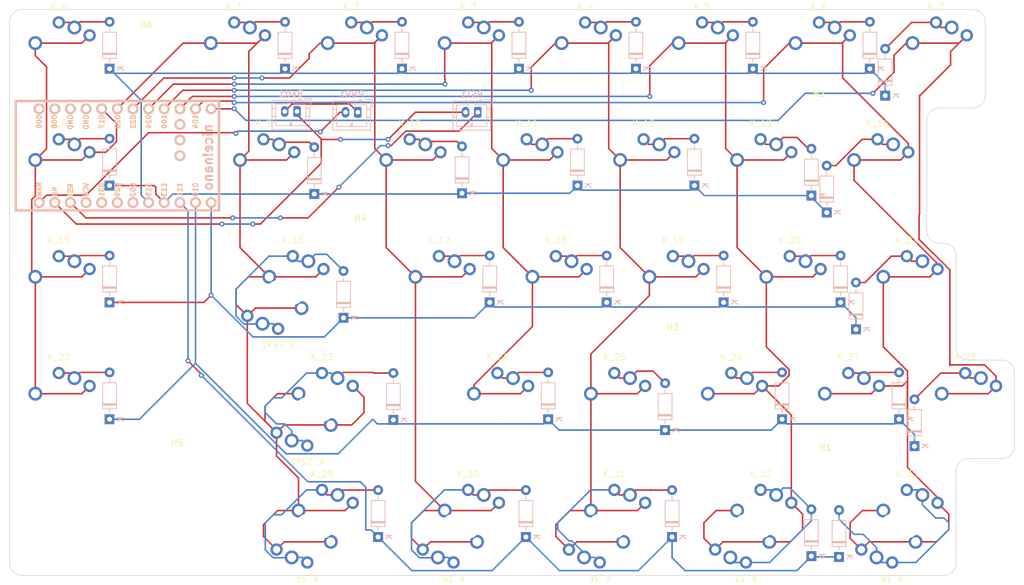
<source format=kicad_pcb>
(kicad_pcb (version 20240108) (generator "pcbnew") (generator_version "8.0")
  (layers (0 "F.Cu" signal) (31 "B.Cu" signal) (34 "B.Paste" user) (35 "F.Paste" user) (36 "B.SilkS" user "B.Silkscreen") (37 "F.SilkS" user "F.Silkscreen") (38 "B.Mask" user) (39 "F.Mask" user) (44 "Edge.Cuts" user))
  (net 0 "")
  (net 1 "col0")
  (net 2 "col1")
  (net 3 "col2")
  (net 4 "col3")
  (net 5 "col4")
  (net 6 "col5")
  (net 7 "col6")
  (net 8 "col7")
  (net 9 "row0")
  (net 10 "row1")
  (net 11 "row2")
  (net 12 "row3")
  (net 13 "row4")
  (net 14 "Net-(D_0-A)")
  (net 15 "Net-(D_1-A)")
  (net 16 "Net-(D_2-A)")
  (net 17 "Net-(D_3-A)")
  (net 18 "Net-(D_4-A)")
  (net 19 "Net-(D_5-A)")
  (net 20 "Net-(D_6-A)")
  (net 21 "Net-(D_7-A)")
  (net 22 "Net-(D_8-A)")
  (net 23 "Net-(D_9-A)")
  (net 24 "Net-(D_10-A)")
  (net 25 "Net-(D_11-A)")
  (net 26 "Net-(D_12-A)")
  (net 27 "Net-(D_13-A)")
  (net 28 "Net-(D_14-A)")
  (net 29 "Net-(D_15-A)")
  (net 30 "Net-(D_16-A)")
  (net 31 "Net-(D_17-A)")
  (net 32 "Net-(D_18-A)")
  (net 33 "Net-(D_19-A)")
  (net 34 "Net-(D_20-A)")
  (net 35 "Net-(D_21-A)")
  (net 36 "Net-(D_22-A)")
  (net 37 "Net-(D_23-A)")
  (net 38 "Net-(D_24-A)")
  (net 39 "Net-(D_25-A)")
  (net 40 "Net-(D_26-A)")
  (net 41 "Net-(D_27-A)")
  (net 42 "Net-(D_28-A)")
  (net 43 "Net-(D_29-A)")
  (net 44 "Net-(D_30-A)")
  (net 45 "Net-(D_31-A)")
  (net 46 "Net-(D_32-A)")
  (net 47 "Net-(D_33-A)")
  (net 50 "Net-(PWR1-B)")
  (net 55 "Net-(RST1-A)")
  (net 61 "Net-(Batt1-Pin_2)")
  (net 62 "Net-(Batt1-Pin_1)")
  (footprint "cb:Choc-MX-19mm-1.5u" (layer "F.Cu") (at 83.125 118.75)
    (property "Reference" "K_23")
    (property "Value" "KEYSW" (hide yes))
  )
  (footprint "MountingHole:MountingHole_3.2mm_M3" (layer "F.Cu") (at 164.875 129.125)
    (property "Reference" "H1")
    (property "Value" "MountingHole")
  )
  (footprint "cb:Choc-MX-19mm-1u" (layer "F.Cu") (at 130.625 137.75)
    (property "Reference" "K_31")
    (property "Value" "KEYSW" (hide yes))
  )
  (footprint "cb:Choc-MX-19mm-1u" (layer "F.Cu") (at 106.875 61.75)
    (property "Reference" "K_3")
    (property "Value" "KEYSW" (hide yes))
  )
  (footprint "cb:Choc-MX-19mm-1u" (layer "F.Cu") (at 87.875 61.75)
    (property "Reference" "K_2")
    (property "Value" "KEYSW" (hide yes))
  )
  (footprint "MountingHole:MountingHole_3.2mm_M3" (layer "F.Cu") (at 140.125 109.625)
    (property "Reference" "H3")
    (property "Value" "MountingHole")
  )
  (footprint "cb:Choc-MX-19mm-1.25u" (layer "F.Cu") (at 128.25 137.75 180)
    (property "Reference" "K_36")
    (property "Value" "KEYSW" (hide yes))
  )
  (footprint "cb:Choc-MX-19mm-1u" (layer "F.Cu") (at 97.375 80.75)
    (property "Reference" "K_10")
    (property "Value" "KEYSW" (hide yes))
  )
  (footprint "cb:Choc-MX-19mm-1u" (layer "F.Cu") (at 154.375 80.75)
    (property "Reference" "K_13")
    (property "Value" "KEYSW" (hide yes))
  )
  (footprint "cb:Choc-MX-19mm-1u" (layer "F.Cu") (at 40.375 61.75)
    (property "Reference" "K_0")
    (property "Value" "KEYSW" (hide yes))
  )
  (footprint "cb:Choc-MX-19mm-1.5u" (layer "F.Cu") (at 73.625 80.75)
    (property "Reference" "K_9")
    (property "Value" "KEYSW" (hide yes))
  )
  (footprint "cb:Choc-MX-19mm-1.5u" (layer "F.Cu") (at 106.875 137.75)
    (property "Reference" "K_30")
    (property "Value" "KEYSW" (hide yes))
  )
  (footprint "cb:Choc-MX-19mm-1u" (layer "F.Cu") (at 178.125 99.75)
    (property "Reference" "K_21")
    (property "Value" "KEYSW" (hide yes))
  )
  (footprint "cb:Choc-MX-19mm-1.25u" (layer "F.Cu") (at 175.75 137.75 180)
    (property "Reference" "K_38")
    (property "Value" "KEYSW" (hide yes))
  )
  (footprint "cb:Choc-MX-19mm-1u" (layer "F.Cu") (at 40.375 99.75)
    (property "Reference" "K_15")
    (property "Value" "KEYSW" (hide yes))
  )
  (footprint "cb:Choc-MX-19mm-1u" (layer "F.Cu") (at 173.375 80.75)
    (property "Reference" "K_14")
    (property "Value" "KEYSW" (hide yes))
  )
  (footprint "cb:Choc-MX-19mm-1u" (layer "F.Cu") (at 159.125 99.75)
    (property "Reference" "K_20")
    (property "Value" "KEYSW" (hide yes))
  )
  (footprint "cb:Choc-MX-19mm-1u" (layer "F.Cu") (at 40.375 80.75)
    (property "Reference" "K_8")
    (property "Value" "KEYSW" (hide yes))
  )
  (footprint "cb:Choc-MX-19mm-1u" (layer "F.Cu") (at 68.875 61.75)
    (property "Reference" "K_1")
    (property "Value" "KEYSW" (hide yes))
  )
  (footprint "cb:Choc-MX-19mm-1u" (layer "F.Cu") (at 163.875 61.75)
    (property "Reference" "K_6")
    (property "Value" "KEYSW" (hide yes))
  )
  (footprint "cb:Choc-MX-19mm-1u" (layer "F.Cu") (at 83.125 137.75)
    (property "Reference" "K_29")
    (property "Value" "KEYSW" (hide yes))
  )
  (footprint "cb:Choc-MX-19mm-1u" (layer "F.Cu") (at 178.125 137.75)
    (property "Reference" "K_33")
    (property "Value" "KEYSW" (hide yes))
  )
  (footprint "cb:Choc-MX-19mm-1u" (layer "F.Cu") (at 130.625 118.75)
    (property "Reference" "K_25")
    (property "Value" "KEYSW" (hide yes))
  )
  (footprint "cb:Choc-MX-19mm-1.25u" (layer "F.Cu") (at 152 137.75 180)
    (property "Reference" "K_37")
    (property "Value" "KEYSW" (hide yes))
  )
  (footprint "MountingHole:MountingHole_3.2mm_M3" (layer "F.Cu") (at 89.375 91.875)
    (property "Reference" "H4")
    (property "Value" "MountingHole")
  )
  (footprint "cb:Choc-MX-19mm-1.25u" (layer "F.Cu") (at 80.75 137.75 180)
    (property "Reference" "K_34")
    (property "Value" "KEYSW" (hide yes))
  )
  (footprint "cb:Choc-MX-19mm-1.75u" (layer "F.Cu") (at 76 99.75 180)
    (property "Reference" "K_16a1")
    (property "Value" "KEYSW" (hide yes))
  )
  (footprint "cb:Choc-MX-19mm-1u" (layer "F.Cu") (at 168.625 118.75)
    (property "Reference" "K_27")
    (property "Value" "KEYSW" (hide yes))
  )
  (footprint "cb:Choc-MX-19mm-1u" (layer "F.Cu") (at 182.875 61.75)
    (property "Reference" "K_7")
    (property "Value" "KEYSW" (hide yes))
  )
  (footprint "cb:Choc-MX-19mm-1u" (layer "F.Cu") (at 149.625 118.75)
    (property "Reference" "K_26")
    (property "Value" "KEYSW" (hide yes))
  )
  (footprint "cb:Choc-MX-19mm-1.25u" (layer "F.Cu") (at 104.5 137.75 180)
    (property "Reference" "K_35")
    (property "Value" "KEYSW" (hide yes))
  )
  (footprint "cb:Choc-MX-19mm-1u" (layer "F.Cu") (at 116.375 80.75)
    (property "Reference" "K_11")
    (property "Value" "KEYSW" (hide yes))
  )
  (footprint "cb:Choc-MX-19mm-1u" (layer "F.Cu") (at 102.125 99.75)
    (property "Reference" "K_17")
    (property "Value" "KEYSW" (hide yes))
  )
  (footprint "cb:Choc-MX-19mm-1.5u" (layer "F.Cu") (at 154.375 137.75)
    (property "Reference" "K_32")
    (property "Value" "KEYSW" (hide yes))
  )
  (footprint "cb:Choc-MX-19mm-1.5u" (layer "F.Cu") (at 78.375 99.75)
    (property "Reference" "K_16")
    (property "Value" "KEYSW" (hide yes))
  )
  (footprint "cb:Choc-MX-19mm-1u" (layer "F.Cu") (at 140.125 99.75)
    (property "Reference" "K_19")
    (property "Value" "KEYSW" (hide yes))
  )
  (footprint "cb:Choc-MX-19mm-1u" (layer "F.Cu") (at 40.375 118.75)
    (property "Reference" "K_22")
    (property "Value" "KEYSW" (hide yes))
  )
  (footprint "MountingHole:MountingHole_3.2mm_M3" (layer "F.Cu") (at 54.625 60.375)
    (property "Reference" "H6")
    (property "Value" "MountingHole")
  )
  (footprint "cb:Choc-MX-19mm-1u" (layer "F.Cu") (at 144.875 61.75)
    (property "Reference" "K_5")
    (property "Value" "KEYSW" (hide yes))
  )
  (footprint "cb:Choc-MX-19mm-1u" (layer "F.Cu") (at 135.375 80.75)
    (property "Reference" "K_12")
    (property "Value" "KEYSW" (hide yes))
  )
  (footprint "cb:Choc-MX-19mm-1u" (layer "F.Cu") (at 121.125 99.75)
    (property "Reference" "K_18")
    (property "Value" "KEYSW" (hide yes))
  )
  (footprint "MountingHole:MountingHole_3.2mm_M3" (layer "F.Cu") (at 59.625 128.375)
    (property "Reference" "H5")
    (property "Value" "MountingHole")
  )
  (footprint "MountingHole:MountingHole_3.2mm_M3" (layer "F.Cu") (at 163.875 71.625)
    (property "Reference" "H2")
    (property "Value" "MountingHole")
  )
  (footprint "cb:Choc-MX-19mm-1u" (layer "F.Cu") (at 187.625 118.75)
    (property "Reference" "K_28")
    (property "Value" "KEYSW" (hide yes))
  )
  (footprint "cb:Choc-MX-19mm-2.25u" (layer "F.Cu") (at 80.75 118.75 180)
    (property "Reference" "K_23a1")
    (property "Value" "KEYSW" (hide yes))
  )
  (footprint "cb:Choc-MX-19mm-1u" (layer "F.Cu") (at 111.625 118.75)
    (property "Reference" "K_24")
    (property "Value" "KEYSW" (hide yes))
  )
  (footprint "cb:Choc-MX-19mm-1u" (layer "F.Cu") (at 125.875 61.75)
    (property "Reference" "K_4")
    (property "Value" "KEYSW" (hide yes))
  )
  (footprint "nice-nano-kicad-master:nice_nano" (layer "B.Cu") (at 51.155 77.515)
    (property "Reference" "U1" (hide yes))
    (property "Value" "nice_nano" (hide yes))
  )
  (footprint "ScottoKeebs_Components:Diode_DO-35" (layer "B.Cu") (at 48.625 63.37 90)
    (property "Reference" "D_0" (hide yes))
    (property "Value" "D" (hide yes))
  )
  (footprint "ScottoKeebs_Components:Diode_DO-35" (layer "B.Cu") (at 48.625 82.37 90)
    (property "Reference" "D_8" (hide yes))
    (property "Value" "D" (hide yes))
  )
  (footprint "ScottoKeebs_Components:Diode_DO-35" (layer "B.Cu") (at 179.375 124.75 90)
    (property "Reference" "D_28" (hide yes))
    (property "Value" "D" (hide yes))
  )
  (footprint "ScottoKeebs_Components:Diode_DO-35" (layer "B.Cu") (at 115.125 63.37 90)
    (property "Reference" "D_3" (hide yes))
    (property "Value" "D" (hide yes))
  )
  (footprint "ScottoKeebs_Components:Diode_DO-35" (layer "B.Cu") (at 153.125 63.37 90)
    (property "Reference" "D_5" (hide yes))
    (property "Value" "D" (hide yes))
  )
  (footprint "ScottoKeebs_Components:Diode_DO-35" (layer "B.Cu") (at 165.125 86.75 90)
    (property "Reference" "D_14" (hide yes))
    (property "Value" "D" (hide yes))
  )
  (footprint "ScottoKeebs_Components:Diode_DO-35" (layer "B.Cu") (at 176.875 120.37 90)
    (property "Reference" "D_27" (hide yes))
    (property "Value" "D" (hide yes))
  )
  (footprint "ScottoKeebs_Components:Diode_DO-35" (layer "B.Cu") (at 143.625 82.37 90)
    (property "Reference" "D_12" (hide yes))
    (property "Value" "D" (hide yes))
  )
  (footprint "Connector_JST:JST_PH_B2B-PH-K_1x02_P2.00mm_Vertical" (layer "B.Cu") (at 79.075 70.325 180)
    (property "Reference" "Batt1")
    (property "Value" "B+")
  )
  (footprint "Connector_JST:JST_PH_B2B-PH-K_1x02_P2.00mm_Vertical" (layer "B.Cu") (at 88.95 70.45 180)
    (property "Reference" "PWR1")
    (property "Value" "POWER")
  )
  (footprint "ScottoKeebs_Components:Diode_DO-35" (layer "B.Cu") (at 92.25 139.5 90)
    (property "Reference" "D_29" (hide yes))
    (property "Value" "D" (hide yes))
  )
  (footprint "ScottoKeebs_Components:Diode_DO-35" (layer "B.Cu") (at 162.625 142.625 90)
    (property "Reference" "D_32" (hide yes))
    (property "Value" "D" (hide yes))
  )
  (footprint "ScottoKeebs_Components:Diode_DO-35" (layer "B.Cu") (at 86.625 103.875 90)
    (property "Reference" "D_16" (hide yes))
    (property "Value" "D" (hide yes))
  )
  (footprint "ScottoKeebs_Components:Diode_DO-35" (layer "B.Cu") (at 172.125 63.37 90)
    (property "Reference" "D_6" (hide yes))
    (property "Value" "D" (hide yes))
  )
  (footprint "ScottoKeebs_Components:Diode_DO-35" (layer "B.Cu") (at 48.625 101.37 90)
    (property "Reference" "D_15" (hide yes))
    (property "Value" "D" (hide yes))
  )
  (footprint "ScottoKeebs_Components:Diode_DO-35" (layer "B.Cu") (at 167.375 101.37 90)
    (property "Reference" "D_20" (hide yes))
    (property "Value" "D" (hide yes))
  )
  (footprint "ScottoKeebs_Components:Diode_DO-35" (layer "B.Cu") (at 138.875 122.125 90)
    (property "Reference" "D_25" (hide yes))
    (property "Value" "D" (hide yes))
  )
  (footprint "Connector_JST:JST_PH_B2B-PH-K_1x02_P2.00mm_Vertical" (layer "B.Cu") (at 108.45 70.45 180)
    (property "Reference" "RST1")
    (property "Value" "RESET")
  )
  (footprint "ScottoKeebs_Components:Diode_DO-35" (layer "B.Cu") (at 129.375 101.37 90)
    (property "Reference" "D_18" (hide yes))
    (property "Value" "D" (hide yes))
  )
  (footprint "ScottoKeebs_Components:Diode_DO-35" (layer "B.Cu") (at 157.875 120.37 90)
    (property "Reference" "D_26" (hide yes))
    (property "Value" "D" (hide yes))
  )
  (footprint "ScottoKeebs_Components:Diode_DO-35" (layer "B.Cu") (at 140 139.5 90)
    (property "Reference" "D_31" (hide yes))
    (property "Value" "D" (hide yes))
  )
  (footprint "ScottoKeebs_Components:Diode_DO-35" (layer "B.Cu") (at 174.625 67.75 90)
    (property "Reference" "D_7" (hide yes))
    (property "Value" "D" (hide yes))
  )
  (footprint "ScottoKeebs_Components:Diode_DO-35" (layer "B.Cu") (at 148.375 101.37 90)
    (property "Reference" "D_19" (hide yes))
    (property "Value" "D" (hide yes))
  )
  (footprint "ScottoKeebs_Components:Diode_DO-35" (layer "B.Cu") (at 105.875 83.62 90)
    (property "Reference" "D_10" (hide yes))
    (property "Value" "D" (hide yes))
  )
  (footprint "ScottoKeebs_Components:Diode_DO-35" (layer "B.Cu") (at 169.875 105.75 90)
    (property "Reference" "D_21" (hide yes))
    (property "Value" "D" (hide yes))
  )
  (footprint "ScottoKeebs_Components:Diode_DO-35" (layer "B.Cu") (at 134.125 63.37 90)
    (property "Reference" "D_4" (hide yes))
    (property "Value" "D" (hide yes))
  )
  (footprint "ScottoKeebs_Components:Diode_DO-35" (layer "B.Cu") (at 124.625 82.37 90)
    (property "Reference" "D_11" (hide yes))
    (property "Value" "D" (hide yes))
  )
  (footprint "ScottoKeebs_Components:Diode_DO-35" (layer "B.Cu") (at 119.875 120.37 90)
    (property "Reference" "D_24" (hide yes))
    (property "Value" "D" (hide yes))
  )
  (footprint "ScottoKeebs_Components:Diode_DO-35" (layer "B.Cu") (at 167.125 142.745 90)
    (property "Reference" "D_33" (hide yes))
    (property "Value" "D" (hide yes))
  )
  (footprint "ScottoKeebs_Components:Diode_DO-35" (layer "B.Cu") (at 162.625 83.995 90)
    (property "Reference" "D_13" (hide yes))
    (property "Value" "D" (hide yes))
  )
  (footprint "ScottoKeebs_Components:Diode_DO-35" (layer "B.Cu") (at 116.25 139.5 90)
    (property "Reference" "D_30" (hide yes))
    (property "Value" "D" (hide yes))
  )
  (footprint "ScottoKeebs_Components:Diode_DO-35" (layer "B.Cu") (at 77.125 63.37 90)
    (property "Reference" "D_1" (hide yes))
    (property "Value" "D" (hide yes))
  )
  (footprint "ScottoKeebs_Components:Diode_DO-35" (layer "B.Cu") (at 48.625 120.37 90)
    (property "Reference" "D_22" (hide yes))
    (property "Value" "D" (hide yes))
  )
  (footprint "ScottoKeebs_Components:Diode_DO-35" (layer "B.Cu") (at 94.725 120.47 90)
    (property "Reference" "D_23" (hide yes))
    (property "Value" "D" (hide yes))
  )
  (footprint "ScottoKeebs_Components:Diode_DO-35" (layer "B.Cu") (at 110.375 101.37 90)
    (property "Reference" "D_17" (hide yes))
    (property "Value" "D" (hide yes))
  )
  (footprint "ScottoKeebs_Components:Diode_DO-35" (layer "B.Cu") (at 81.875 83.745 90)
    (property "Reference" "D_9" (hide yes))
    (property "Value" "D" (hide yes))
  )
  (footprint "ScottoKeebs_Components:Diode_DO-35" (layer "B.Cu") (at 96.125 63.37 90)
    (property "Reference" "D_2" (hide yes))
    (property "Value" "D" (hide yes))
  )
  (gr_arc (start 181.375 71.75) (mid 181.960786 70.335786) (end 183.375 69.75) (stroke (width 0.1)) (layer "Edge.Cuts"))
  (gr_arc (start 193.625 110.75) (mid 195.039214 111.335786) (end 195.625 112.75) (stroke (width 0.1)) (layer "Edge.Cuts"))
  (gr_arc (start 184.125 91.75) (mid 185.539214 92.335786) (end 186.125 93.75) (stroke (width 0.1)) (layer "Edge.Cuts"))
  (gr_line (start 186.125 128.75) (end 186.125 143.75) (stroke (width 0.1)) (layer "Edge.Cuts"))
  (gr_arc (start 34.375 145.75) (mid 32.960786 145.164214) (end 32.375 143.75) (stroke (width 0.1)) (layer "Edge.Cuts"))
  (gr_arc (start 188.125 110.75) (mid 186.710786 110.164214) (end 186.125 108.75) (stroke (width 0.1)) (layer "Edge.Cuts"))
  (gr_arc (start 190.875 67.75) (mid 190.289214 69.164214) (end 188.875 69.75) (stroke (width 0.1)) (layer "Edge.Cuts"))
  (gr_line (start 183.375 91.75) (end 184.125 91.75) (stroke (width 0.1)) (layer "Edge.Cuts"))
  (gr_line (start 188.125 110.75) (end 193.625 110.75) (stroke (width 0.1)) (layer "Edge.Cuts"))
  (gr_arc (start 195.625 124.75) (mid 195.039214 126.164214) (end 193.625 126.75) (stroke (width 0.1)) (layer "Edge.Cuts"))
  (gr_line (start 190.875 55.75) (end 190.875 67.75) (stroke (width 0.1)) (layer "Edge.Cuts"))
  (gr_arc (start 188.875 53.75) (mid 190.289214 54.335786) (end 190.875 55.75) (stroke (width 0.1)) (layer "Edge.Cuts"))
  (gr_line (start 34.375 53.75) (end 188.875 53.75) (stroke (width 0.1)) (layer "Edge.Cuts"))
  (gr_line (start 32.375 55.75) (end 32.375 143.75) (stroke (width 0.1)) (layer "Edge.Cuts"))
  (gr_line (start 188.875 69.75) (end 183.375 69.75) (stroke (width 0.1)) (layer "Edge.Cuts"))
  (gr_arc (start 183.375 91.75) (mid 181.960786 91.164214) (end 181.375 89.75) (stroke (width 0.1)) (layer "Edge.Cuts"))
  (gr_line (start 186.125 93.75) (end 186.125 108.75) (stroke (width 0.1)) (layer "Edge.Cuts"))
  (gr_arc (start 186.125 143.75) (mid 185.539214 145.164214) (end 184.125 145.75) (stroke (width 0.1)) (layer "Edge.Cuts"))
  (gr_line (start 195.625 112.75) (end 195.625 124.75) (stroke (width 0.1)) (layer "Edge.Cuts"))
  (gr_line (start 184.125 145.75) (end 34.375 145.75) (stroke (width 0.1)) (layer "Edge.Cuts"))
  (gr_arc (start 186.125 128.75) (mid 186.710786 127.335786) (end 188.125 126.75) (stroke (width 0.1)) (layer "Edge.Cuts"))
  (gr_line (start 193.625 126.75) (end 188.125 126.75) (stroke (width 0.1)) (layer "Edge.Cuts"))
  (gr_line (start 181.375 71.75) (end 181.375 89.75) (stroke (width 0.1)) (layer "Edge.Cuts"))
  (gr_arc (start 32.375 55.75) (mid 32.960786 54.335786) (end 34.375 53.75) (stroke (width 0.1)) (layer "Edge.Cuts"))
  (segment (start 36.565 78.21) (end 36.565 84.056105) (width 0.25) (layer "F.Cu") (net 1))
  (segment (start 44.115 78.21) (end 45.375 76.95) (width 0.25) (layer "F.Cu") (net 1))
  (segment (start 36.565 78.21) (end 38.3863 76.3887) (width 0.25) (layer "F.Cu") (net 1))
  (segment (start 38.3863 76.3887) (end 38.3863 63.073533) (width 0.25) (layer "F.Cu") (net 1))
  (segment (start 44.115 59.21) (end 45.375 57.95) (width 0.25) (layer "F.Cu") (net 1))
  (segment (start 36.565 84.056105) (end 35.9837 84.637405) (width 0.25) (layer "F.Cu") (net 1))
  (segment (start 44.115 116.21) (end 45.375 114.95) (width 0.25) (layer "F.Cu") (net 1))
  (segment (start 36.565 78.21) (end 44.115 78.21) (width 0.25) (layer "F.Cu") (net 1))
  (segment (start 35.9837 84.637405) (end 35.9837 96.6287) (width 0.25) (layer "F.Cu") (net 1))
  (segment (start 36.565 97.21) (end 44.115 97.21) (width 0.25) (layer "F.Cu") (net 1))
  (segment (start 35.9837 96.6287) (end 36.565 97.21) (width 0.25) (layer "F.Cu") (net 1))
  (segment (start 47.345 69.895) (end 49.75 72.3) (width 0.25) (layer "F.Cu") (net 1))
  (segment (start 44.115 97.21) (end 45.375 95.95) (width 0.25) (layer "F.Cu") (net 1))
  (segment (start 36.565 97.21) (end 36.565 116.21) (width 0.25) (layer "F.Cu") (net 1))
  (segment (start 36.565 61.252233) (end 36.565 59.21) (width 0.25) (layer "F.Cu") (net 1))
  (segment (start 49.75 75.215991) (end 48.015991 76.95) (width 0.25) (layer "F.Cu") (net 1))
  (segment (start 38.3863 63.073533) (end 36.565 61.252233) (width 0.25) (layer "F.Cu") (net 1))
  (segment (start 36.565 59.21) (end 44.115 59.21) (width 0.25) (layer "F.Cu") (net 1))
  (segment (start 36.565 116.21) (end 44.115 116.21) (width 0.25) (layer "F.Cu") (net 1))
  (segment (start 48.015991 76.95) (end 45.375 76.95) (width 0.25) (layer "F.Cu") (net 1))
  (segment (start 49.75 72.3) (end 49.75 75.215991) (width 0.25) (layer "F.Cu") (net 1))
  (segment (start 49.885 69.895) (end 60.57 59.21) (width 0.25) (layer "F.Cu") (net 2))
  (segment (start 69.175 99.201167) (end 69.175 101.725) (width 0.25) (layer "F.Cu") (net 2))
  (segment (start 79.315 116.21) (end 75.916167 116.21) (width 0.25) (layer "F.Cu") (net 2))
  (segment (start 65.065 59.21) (end 72.615 59.21) (width 0.25) (layer "F.Cu") (net 2))
  (segment (start 69.815 78.21) (end 69.815 92.46) (width 0.25) (layer "F.Cu") (net 2))
  (segment (start 77.365 78.21) (end 78.625 76.95) (width 0.25) (layer "F.Cu") (net 2))
  (segment (start 71.2439 76.7811) (end 69.815 78.21) (width 0.25) (layer "F.Cu") (net 2))
  (segment (start 71 103.55) (end 71.05 103.55) (width 0.25) (layer "F.Cu") (net 2))
  (segment (start 71 103.55) (end 71 117.8) (width 0.25) (layer "F.Cu") (net 2))
  (segment (start 82.115 97.21) (end 74.565 97.21) (width 0.25) (layer "F.Cu") (net 2))
  (segment (start 84.56 121.29) (end 87.958833 121.29) (width 0.25) (layer "F.Cu") (net 2))
  (segment (start 69.815 78.21) (end 77.365 78.21) (width 0.25) (layer "F.Cu") (net 2))
  (segment (start 75.916167 116.21) (end 73.875 118.251167) (width 0.25) (layer "F.Cu") (net 2))
  (segment (start 73.875 120.675) (end 75.75 122.55) (width 0.25) (layer "F.Cu") (net 2))
  (segment (start 73.625 137.501167) (end 73.625 139.425) (width 0.25) (layer "F.Cu") (net 2))
  (segment (start 83.375 95.95) (end 82.115 97.21) (width 0.25) (layer "F.Cu") (net 2))
  (segment (start 77.01 121.29) (end 84.56 121.29) (width 0.25) (layer "F.Cu") (net 2))
  (segment (start 77.01 140.29) (end 84.56 140.29) (width 0.25) (layer "F.Cu") (net 2))
  (segment (start 71.166167 97.21) (end 69.175 99.201167) (width 0.25) (layer "F.Cu") (net 2))
  (segment (start 72.31 102.29) (end 79.81 102.29) (width 0.25) (layer "F.Cu") (net 2))
  (segment (start 79.315 135.21) (end 75.916167 135.21) (width 0.25) (layer "F.Cu") (net 2))
  (segment (start 71.2439 60.5811) (end 71.2439 76.7811) (width 0.25) (layer "F.Cu") (net 2))
  (segment (start 75.75 122.55) (end 75.75 126.35) (width 0.25) (layer "F.Cu") (net 2))
  (segment (start 75.75 141.55) (end 77.01 140.29) (width 0.25) (layer "F.Cu") (net 2))
  (segment (start 71.05 103.55) (end 72.31 102.29) (width 0.25) (layer "F.Cu") (net 2))
  (segment (start 71 117.8) (end 75.75 122.55) (width 0.25) (layer "F.Cu") (net 2))
  (segment (start 60.57 59.21) (end 65.065 59.21) (width 0.25) (layer "F.Cu") (net 2))
  (segment (start 73.625 139.425) (end 75.75 141.55) (width 0.25) (layer "F.Cu") (net 2))
  (segment (start 69.815 92.46) (end 74.565 97.21) (width 0.25) (layer "F.Cu") (net 2))
  (segment (start 75.75 122.55) (end 77.01 121.29) (width 0.25) (layer "F.Cu") (net 2))
  (segment (start 69.175 101.725) (end 71 103.55) (width 0.25) (layer "F.Cu") (net 2))
  (segment (start 72.615 59.21) (end 73.875 57.95) (width 0.25) (layer "F.Cu") (net 2))
  (segment (start 74.565 97.21) (end 71.166167 97.21) (width 0.25) (layer "F.Cu") (net 2))
  (segment (start 86.865 135.21) (end 79.315 135.21) (width 0.25) (layer "F.Cu") (net 2))
  (segment (start 87.958833 121.29) (end 89.95 119.298833) (width 0.25) (layer "F.Cu") (net 2))
  (segment (start 73.875 118.251167) (end 73.875 120.675) (width 0.25) (layer "F.Cu") (net 2))
  (segment (start 75.916167 135.21) (end 73.625 137.501167) (width 0.25) (layer "F.Cu") (net 2))
  (segment (start 89.95 116.775) (end 88.125 114.95) (width 0.25) (layer "F.Cu") (net 2))
  (segment (start 88.125 133.95) (end 86.865 135.21) (width 0.25) (layer "F.Cu") (net 2))
  (segment (start 75.75 126.35) (end 79.315 129.915) (width 0.25) (layer "F.Cu") (net 2))
  (segment (start 73.875 57.95) (end 71.2439 60.5811) (width 0.25) (layer "F.Cu") (net 2))
  (segment (start 89.95 119.298833) (end 89.95 116.775) (width 0.25) (layer "F.Cu") (net 2))
  (segment (start 79.315 129.915) (end 79.315 135.21) (width 0.25) (layer "F.Cu") (net 2))
  (segment (start 52.425 69.895) (end 57.445 64.875) (width 0.25) (layer "F.Cu") (net 3))
  (segment (start 81.05 60.95) (end 82.79 59.21) (width 0.25) (layer "F.Cu") (net 3))
  (segment (start 99.666167 135.21) (end 97.675 137.201167) (width 0.25) (layer "F.Cu") (net 3))
  (segment (start 73.375 64.875) (end 77.87 64.875) (width 0.25) (layer "F.Cu") (net 3))
  (segment (start 81.05 61.695) (end 81.05 60.95) (width 0.25) (layer "F.Cu") (net 3))
  (segment (start 111.875 133.95) (end 110.615 135.21) (width 0.25) (layer "F.Cu") (net 3))
  (segment (start 57.445 64.875) (end 68.875 64.875) (width 0.25) (layer "F.Cu") (net 3))
  (segment (start 100.76 140.29) (end 108.31 140.29) (width 0.25) (layer "F.Cu") (net 3))
  (segment (start 99.5 141.55) (end 100.76 140.29) (width 0.25) (layer "F.Cu") (net 3))
  (segment (start 93.565 78.21) (end 93.565 92.46) (width 0.25) (layer "F.Cu") (net 3))
  (segment (start 98.315 130.46) (end 103.065 135.21) (width 0.25) (layer "F.Cu") (net 3))
  (segment (start 107.125 95.95) (end 105.865 97.21) (width 0.25) (layer "F.Cu") (net 3))
  (segment (start 103.065 135.21) (end 99.666167 135.21) (width 0.25) (layer "F.Cu") (net 3))
  (segment (start 97.675 139.725) (end 99.5 141.55) (width 0.25) (layer "F.Cu") (net 3))
  (segment (start 110.615 135.21) (end 103.065 135.21) (width 0.25) (layer "F.Cu") (net 3))
  (segment (start 101.115 78.21) (end 93.565 78.21) (width 0.25) (layer "F.Cu") (net 3))
  (segment (start 91.705 76.35) (end 93.565 78.21) (width 0.25) (layer "F.Cu") (net 3))
  (segment (start 92.875 57.95) (end 91.705 59.12) (width 0.25) (layer "F.Cu") (net 3))
  (segment (start 91.615 59.21) (end 92.875 57.95) (width 0.25) (layer "F.Cu") (net 3))
  (segment (start 102.375 76.95) (end 101.115 78.21) (width 0.25) (layer "F.Cu") (net 3))
  (segment (start 91.705 59.12) (end 91.705 76.35) (width 0.25) (layer "F.Cu") (net 3))
  (segment (start 93.565 92.46) (end 98.315 97.21) (width 0.25) (layer "F.Cu") (net 3))
  (segment (start 84.065 59.21) (end 91.615 59.21) (width 0.25) (layer "F.Cu") (net 3))
  (segment (start 77.87 64.875) (end 81.05 61.695) (width 0.25) (layer "F.Cu") (net 3))
  (segment (start 82.79 59.21) (end 84.065 59.21) (width 0.25) (layer "F.Cu") (net 3))
  (segment (start 105.865 97.21) (end 98.315 97.21) (width 0.25) (layer "F.Cu") (net 3))
  (segment (start 97.675 137.201167) (end 97.675 139.725) (width 0.25) (layer "F.Cu") (net 3))
  (segment (start 98.315 97.21) (end 98.315 130.46) (width 0.25) (layer "F.Cu") (net 3))
  (via (at 68.875 64.875) (size 0.8) (drill 0.4) (layers "F.Cu" "B.Cu") (net 3))
  (via (at 73.375 64.875) (size 0.8) (drill 0.4) (layers "F.Cu" "B.Cu") (net 3))
  (segment (start 68.875 64.875) (end 73.375 64.875) (width 0.25) (layer "B.Cu") (net 3))
  (segment (start 117.315 105.286167) (end 107.815 114.786167) (width 0.25) (layer "F.Cu") (net 4))
  (segment (start 107.815 114.786167) (end 107.815 116.21) (width 0.25) (layer "F.Cu") (net 4))
  (segment (start 111.875 57.95) (end 110.705 59.12) (width 0.25) (layer "F.Cu") (net 4))
  (segment (start 110.705 76.35) (end 112.565 78.21) (width 0.25) (layer "F.Cu") (net 4))
  (segment (start 103.125 65.875) (end 103.125 65.125) (width 0.25) (layer "F.Cu") (net 4))
  (segment (start 107.815 116.21) (end 115.365 116.21) (width 0.25) (layer "F.Cu") (net 4))
  (segment (start 112.565 78.21) (end 112.565 92.46) (width 0.25) (layer "F.Cu") (net 4))
  (segment (start 120.115 78.21) (end 112.565 78.21) (width 0.25) (layer "F.Cu") (net 4))
  (segment (start 117.315 97.21) (end 117.315 105.286167) (width 0.25) (layer "F.Cu") (net 4))
  (segment (start 103.125 65.125) (end 103.065 65.065) (width 0.25) (layer "F.Cu") (net 4))
  (segment (start 115.365 116.21) (end 116.625 114.95) (width 0.25) (layer "F.Cu") (net 4))
  (segment (start 103.065 65.065) (end 103.065 59.21) (width 0.25) (layer "F.Cu") (net 4))
  (segment (start 110.705 59.12) (end 110.705 76.35) (width 0.25) (layer "F.Cu") (net 4))
  (segment (start 58.985 65.875) (end 68.875 65.875) (width 0.25) (layer "F.Cu") (net 4))
  (segment (start 117.315 97.21) (end 124.865 97.21) (width 0.25) (layer "F.Cu") (net 4))
  (segment (start 110.615 59.21) (end 111.875 57.95) (width 0.25) (layer "F.Cu") (net 4))
  (segment (start 112.565 92.46) (end 117.315 97.21) (width 0.25) (layer "F.Cu") (net 4))
  (segment (start 103.065 59.21) (end 110.615 59.21) (width 0.25) (layer "F.Cu") (net 4))
  (segment (start 124.865 97.21) (end 126.125 95.95) (width 0.25) (layer "F.Cu") (net 4))
  (segment (start 121.375 76.95) (end 120.115 78.21) (width 0.25) (layer "F.Cu") (net 4))
  (segment (start 54.965 69.895) (end 58.985 65.875) (width 0.25) (layer "F.Cu") (net 4))
  (via (at 103.125 65.875) (size 0.8) (drill 0.4) (layers "F.Cu" "B.Cu") (net 4))
  (via (at 68.875 65.875) (size 0.8) (drill 0.4) (layers "F.Cu" "B.Cu") (net 4))
  (segment (start 68.875 65.875) (end 103.125 65.875) (width 0.25) (layer "B.Cu") (net 4))
  (segment (start 123.25 141.55) (end 124.51 140.29) (width 0.25) (layer "F.Cu") (net 5))
  (segment (start 121.125 137.501167) (end 121.125 139.425) (width 0.25) (layer "F.Cu") (net 5))
  (segment (start 57.505 69.895) (end 60.525 66.875) (width 0.25) (layer "F.Cu") (net 5))
  (segment (start 140.375 76.95) (end 139.115 78.21) (width 0.25) (layer "F.Cu") (net 5))
  (segment (start 131.565 78.21) (end 131.565 92.46) (width 0.25) (layer "F.Cu") (net 5))
  (segment (start 134.365 135.21) (end 126.815 135.21) (width 0.25) (layer "F.Cu") (net 5))
  (segment (start 136.315 97.21) (end 136.315 100.247767) (width 0.25) (layer "F.Cu") (net 5))
  (segment (start 129.705 76.35) (end 131.565 78.21) (width 0.25) (layer "F.Cu") (net 5))
  (segment (start 126.815 116.21) (end 126.815 135.21) (width 0.25) (layer "F.Cu") (net 5))
  (segment (start 131.565 92.46) (end 136.315 97.21) (width 0.25) (layer "F.Cu") (net 5))
  (segment (start 126.815 135.21) (end 123.416167 135.21) (width 0.25) (layer "F.Cu") (net 5))
  (segment (start 129.615 59.21) (end 130.875 57.95) (width 0.25) (layer "F.Cu") (net 5))
  (segment (start 134.365 116.21) (end 135.625 114.95) (width 0.25) (layer "F.Cu") (net 5))
  (segment (start 126.815 116.21) (end 134.365 116.21) (width 0.25) (layer "F.Cu") (net 5))
  (segment (start 130.875 57.95) (end 129.705 59.12) (width 0.25) (layer "F.Cu") (net 5))
  (segment (start 121.041167 59.21) (end 122.065 59.21) (width 0.25) (layer "F.Cu") (net 5))
  (segment (start 136.315 97.21) (end 143.865 97.21) (width 0.25) (layer "F.Cu") (net 5))
  (segment (start 143.865 97.21) (end 145.125 95.95) (width 0.25) (layer "F.Cu") (net 5))
  (segment (start 117.125 63.126167) (end 121.041167 59.21) (width 0.25) (layer "F.Cu") (net 5))
  (segment (start 123.416167 135.21) (end 121.125 137.501167) (width 0.25) (layer "F.Cu") (net 5))
  (segment (start 139.115 78.21) (end 131.565 78.21) (width 0.25) (layer "F.Cu") (net 5))
  (segment (start 136.315 100.247767) (end 126.815 109.747767) (width 0.25) (layer "F.Cu") (net 5))
  (segment (start 124.51 140.29) (end 132.06 140.29) (width 0.25) (layer "F.Cu") (net 5))
  (segment (start 135.625 133.95) (end 134.365 135.21) (width 0.25) (layer "F.Cu") (net 5))
  (segment (start 121.125 139.425) (end 123.25 141.55) (width 0.25) (layer "F.Cu") (net 5))
  (segment (start 60.525 66.875) (end 68.875 66.875) (width 0.25) (layer "F.Cu") (net 5))
  (segment (start 129.705 59.12) (end 129.705 76.35) (width 0.25) (layer "F.Cu") (net 5))
  (segment (start 126.815 109.747767) (end 126.815 116.21) (width 0.25) (layer "F.Cu") (net 5))
  (segment (start 122.065 59.21) (end 129.615 59.21) (width 0.25) (layer "F.Cu") (net 5))
  (segment (start 117.125 66.875) (end 117.125 63.126167) (width 0.25) (layer "F.Cu") (net 5))
  (via (at 68.875 66.875) (size 0.8) (drill 0.4) (layers "F.Cu" "B.Cu") (net 5))
  (via (at 117.125 66.875) (size 0.8) (drill 0.4) (layers "F.Cu" "B.Cu") (net 5))
  (segment (start 68.875 66.875) (end 117.125 66.875) (width 0.25) (layer "B.Cu") (net 5))
  (segment (start 155.315 108.599009) (end 159 112.284009) (width 0.25) (layer "F.Cu") (net 6))
  (segment (start 159.375 119.7) (end 159.375 133.95) (width 0.25) (layer "F.Cu") (net 6))
  (segment (start 136.375 67.875) (end 136.375 62.876167) (width 0.25) (layer "F.Cu") (net 6))
  (segment (start 148.615 59.21) (end 149.875 57.95) (width 0.25) (layer "F.Cu") (net 6))
  (segment (start 157.3 114.95) (end 154.625 114.95) (width 0.25) (layer "F.Cu") (net 6))
  (segment (start 159.208833 140.29) (end 161.2 138.298833) (width 0.25) (layer "F.Cu") (net 6))
  (segment (start 147 141.55) (end 148.26 140.29) (width 0.25) (layer "F.Cu") (net 6))
  (segment (start 154.625 114.95) (end 159.375 119.7) (width 0.25) (layer "F.Cu") (net 6))
  (segment (start 62.065 67.875) (end 68.875 67.875) (width 0.25) (layer "F.Cu") (net 6))
  (segment (start 155.81 140.29) (end 159.208833 140.29) (width 0.25) (layer "F.Cu") (net 6))
  (segment (start 159 112.284009) (end 159 113.25) (width 0.25) (layer "F.Cu") (net 6))
  (segment (start 150.565 78.21) (end 158.115 78.21) (width 0.25) (layer "F.Cu") (net 6))
  (segment (start 161.2 138.298833) (end 161.2 135.775) (width 0.25) (layer "F.Cu") (net 6))
  (segment (start 60.045 69.895) (end 62.065 67.875) (width 0.25) (layer "F.Cu") (net 6))
  (segment (start 147.166167 135.21) (end 145.175 137.201167) (width 0.25) (layer "F.Cu") (net 6))
  (segment (start 148.26 140.29) (end 155.81 140.29) (width 0.25) (layer "F.Cu") (net 6))
  (segment (start 150.565 135.21) (end 147.166167 135.21) (width 0.25) (layer "F.Cu") (net 6))
  (segment (start 161.2 135.775) (end 159.375 133.95) (width 0.25) (layer "F.Cu") (net 6))
  (segment (start 141.065 59.21) (end 148.615 59.21) (width 0.25) (layer "F.Cu") (net 6))
  (segment (start 149.875 57.95) (end 148.705 59.12) (width 0.25) (layer "F.Cu") (net 6))
  (segment (start 145.175 137.201167) (end 145.175 139.725) (width 0.25) (layer "F.Cu") (net 6))
  (segment (start 158.115 78.21) (end 159.375 76.95) (width 0.25) (layer "F.Cu") (net 6))
  (segment (start 155.315 97.21) (end 155.315 108.599009) (width 0.25) (layer "F.Cu") (net 6))
  (segment (start 148.705 76.35) (end 150.565 78.21) (width 0.25) (layer "F.Cu") (net 6))
  (segment (start 145.175 139.725) (end 147 141.55) (width 0.25) (layer "F.Cu") (net 6))
  (segment (start 136.375 62.876167) (end 140.041167 59.21) (width 0.25) (layer "F.Cu") (net 6))
  (segment (start 140.041167 59.21) (end 141.065 59.21) (width 0.25) (layer "F.Cu") (net 6))
  (segment (start 162.865 97.21) (end 164.125 95.95) (width 0.25) (layer "F.Cu") (net 6))
  (segment (start 145.815 116.21) (end 153.365 116.21) (width 0.25) (layer "F.Cu") (net 6))
  (segment (start 155.315 97.21) (end 162.865 97.21) (width 0.25) (layer "F.Cu") (net 6))
  (segment (start 159 113.25) (end 157.3 114.95) (width 0.25) (layer "F.Cu") (net 6))
  (segment (start 153.365 116.21) (end 154.625 114.95) (width 0.25) (layer "F.Cu") (net 6))
  (segment (start 150.565 78.21) (end 150.565 92.46) (width 0.25) (layer "F.Cu") (net 6))
  (segment (start 148.705 59.12) (end 148.705 76.35) (width 0.25) (layer "F.Cu") (net 6))
  (segment (start 150.565 92.46) (end 155.315 97.21) (width 0.25) (layer "F.Cu") (net 6))
  (via (at 136.375 67.875) (size 0.8) (drill 0.4) (layers "F.Cu" "B.Cu") (net 6))
  (via (at 68.875 67.875) (size 0.8) (drill 0.4) (layers "F.Cu" "B.Cu") (net 6))
  (segment (start 68.875 67.875) (end 136.375 67.875) (width 0.25) (layer "B.Cu") (net 6))
  (segment (start 173.625 114.95) (end 177.425 114.95) (width 0.25) (layer "F.Cu") (net 7))
  (segment (start 170.916167 135.21) (end 168.925 137.201167) (width 0.25) (layer "F.Cu") (net 7))
  (segment (start 183.125 133.07939) (end 183.125 133.95) (width 0.25) (layer "F.Cu") (net 7))
  (segment (start 167.615 59.21) (end 168.875 57.95) (width 0.25) (layer "F.Cu") (net 7))
  (segment (start 154.875 63.376167) (end 159.041167 59.21) (width 0.25) (layer "F.Cu") (net 7))
  (segment (start 177.425 114.95) (end 178.25 114.125) (width 0.25) (layer "F.Cu") (net 7))
  (segment (start 178.25 114.125) (end 178.25 128.20439) (width 0.25) (layer "F.Cu") (net 7))
  (segment (start 168.875 57.95) (end 167.705 59.12) (width 0.25) (layer "F.Cu") (net 7))
  (segment (start 169.565 81.51939) (end 183.125 95.07939) (width 0.25) (layer "F.Cu") (net 7))
  (segment (start 181.865 97.21) (end 183.125 95.95) (width 0.25) (layer "F.Cu") (net 7))
  (segment (start 68.624997 68.625) (end 68.875 68.875003) (width 0.25) (layer "F.Cu") (net 7))
  (segment (start 170.75 141.55) (end 172.01 140.29) (width 0.25) (layer "F.Cu") (net 7))
  (segment (start 183.125 95.07939) (end 183.125 95.95) (width 0.25) (layer "F.Cu") (net 7))
  (segment (start 179.56 140.29) (end 182.958833 140.29) (width 0.25) (layer "F.Cu") (net 7))
  (segment (start 62.585 69.895) (end 63.855 68.625) (width 0.25) (layer "F.Cu") (net 7))
  (segment (start 63.855 68.625) (end 68.624997 68.625) (width 0.25) (layer "F.Cu") (net 7))
  (segment (start 174.315 97.21) (end 174.315 108.599009) (width 0.25) (layer "F.Cu") (net 7))
  (segment (start 182.958833 140.29) (end 184.95 138.298833) (width 0.25) (layer "F.Cu") (net 7))
  (segment (start 160.065 59.21) (end 167.615 59.21) (width 0.25) (layer "F.Cu") (net 7))
  (segment (start 178.375 75.535787) (end 178.375 76.95) (width 0.25) (layer "F.Cu") (net 7))
  (segment (start 174.315 97.21) (end 181.865 97.21) (width 0.25) (layer "F.Cu") (net 7))
  (segment (start 177.115 78.21) (end 169.565 78.21) (width 0.25) (layer "F.Cu") (net 7))
  (segment (start 184.95 138.298833) (end 184.95 135.775) (width 0.25) (layer "F.Cu") (net 7))
  (segment (start 174.315 108.599009) (end 178.25 112.534009) (width 0.25) (layer "F.Cu") (net 7))
  (segment (start 164.815 116.21) (end 172.365 116.21) (width 0.25) (layer "F.Cu") (net 7))
  (segment (start 159.041167 59.21) (end 160.065 59.21) (width 0.25) (layer "F.Cu") (net 7))
  (segment (start 169.565 78.21) (end 169.565 81.51939) (width 0.25) (layer "F.Cu") (net 7))
  (segment (start 174.315 135.21) (end 170.916167 135.21) (width 0.25) (layer "F.Cu") (net 7))
  (segment (start 184.95 135.775) (end 183.125 133.95) (width 0.25) (layer "F.Cu") (net 7))
  (segment (start 172.01 140.29) (end 179.56 140.29) (width 0.25) (layer "F.Cu") (net 7))
  (segment (start 172.365 116.21) (end 173.625 114.95) (width 0.25) (layer "F.Cu") (net 7))
  (segment (start 168.925 137.201167) (end 168.925 139.725) (width 0.25) (layer "F.Cu") (net 7))
  (segment (start 167.705 64.865787) (end 178.375 75.535787) (width 0.25) (layer "F.Cu") (net 7))
  (segment (start 167.705 59.12) (end 167.705 64.865787) (width 0.25) (layer "F.Cu") (net 7))
  (segment (start 154.875 68.875) (end 154.875 63.376167) (width 0.25) (layer "F.Cu") (net 7))
  (segment (start 178.25 112.534009) (end 178.25 114.125) (width 0.25) (layer "F.Cu") (net 7))
  (segment (start 168.925 139.725) (end 170.75 141.55) (width 0.25) (layer "F.Cu") (net 7))
  (segment (start 178.25 128.20439) (end 183.125 133.07939) (width 0.25) (layer "F.Cu") (net 7))
  (segment (start 178.375 76.95) (end 177.115 78.21) (width 0.25) (layer "F.Cu") (net 7))
  (via (at 68.875 68.875003) (size 0.8) (drill 0.4) (layers "F.Cu" "B.Cu") (net 7))
  (via (at 154.875 68.875) (size 0.8) (drill 0.4) (layers "F.Cu" "B.Cu") (net 7))
  (segment (start 68.875 68.875003) (end 154.874997 68.875003) (width 0.25) (layer "B.Cu") (net 7))
  (segment (start 154.874997 68.875003) (end 154.875 68.875) (width 0.25) (layer "B.Cu") (net 7))
  (segment (start 185.225 111.525) (end 190.775 111.525) (width 0.25) (layer "F.Cu") (net 8))
  (segment (start 182.375 93.375) (end 182.423833 93.375) (width 0.25) (layer "F.Cu") (net 8))
  (segment (start 176.05 61.201167) (end 178.041167 59.21) (width 0.25) (layer "F.Cu") (net 8))
  (segment (start 185.2439 62.7561) (end 180.3 67.7) (width 0.25) (layer "F.Cu") (net 8))
  (segment (start 187.875 57.95) (end 185.2439 60.5811) (width 0.25) (layer "F.Cu") (net 8))
  (segment (start 185.125 111.625) (end 185.225 111.525) (width 0.25) (layer "F.Cu") (net 8))
  (segment (start 179.065 59.21) (end 186.615 59.21) (width 0.25) (layer "F.Cu") (net 8))
  (segment (start 192.625 113.375) (end 192.625 114.95) (width 0.25) (layer "F.Cu") (net 8))
  (segment (start 176.05 63.95) (end 176.05 61.201167) (width 0.25) (layer "F.Cu") (net 8))
  (segment (start 185.125 96.076167) (end 185.125 111.625) (width 0.25) (layer "F.Cu") (net 8))
  (segment (start 180.3 67.7) (end 180.2 67.7) (width 0.25) (layer "F.Cu") (net 8))
  (segment (start 178.041167 59.21) (end 179.065 59.21) (width 0.25) (layer "F.Cu") (net 8))
  (segment (start 180.125 87.125) (end 180.125 91.125) (width 0.25) (layer "F.Cu") (net 8))
  (segment (start 65.125 69.895) (end 68.855006 69.895) (width 0.25) (layer "F.Cu") (net 8))
  (segment (start 182.423833 93.375) (end 185.125 96.076167) (width 0.25) (layer "F.Cu") (net 8))
  (segment (start 186.615 59.21) (end 187.875 57.95) (width 0.25) (layer "F.Cu") (net 8))
  (segment (start 185.2439 60.5811) (end 185.2439 62.7561) (width 0.25) (layer "F.Cu") (net 8))
  (segment (start 190.775 111.525) (end 192.625 113.375) (width 0.25) (layer "F.Cu") (net 8))
  (segment (start 191.365 116.21) (end 192.625 114.95) (width 0.25) (layer "F.Cu") (net 8))
  (segment (start 180.125 91.125) (end 182.375 93.375) (width 0.25) (layer "F.Cu") (net 8))
  (segment (start 180.2 87.05) (end 180.125 87.125) (width 0.25) (layer "F.Cu") (net 8))
  (segment (start 183.815 116.21) (end 191.365 116.21) (width 0.25) (layer "F.Cu") (net 8))
  (segment (start 180.2 67.7) (end 180.2 87.05) (width 0.25) (layer "F.Cu") (net 8))
  (segment (start 172.625 67.375) (end 176.05 63.95) (width 0.25) (layer "F.Cu") (net 8))
  (segment (start 68.855006 69.895) (end 68.875 69.875006) (width 0.25) (layer "F.Cu") (net 8))
  (via (at 68.875 69.875006) (size 0.8) (drill 0.4) (layers "F.Cu" "B.Cu") (net 8))
  (via (at 172.625 67.375) (size 0.8) (drill 0.4) (layers "F.Cu" "B.Cu") (net 8))
  (segment (start 157.225 71.775) (end 159.375 69.625) (width 0.25) (layer "B.Cu") (net 8))
  (segment (start 70.774994 71.775) (end 157.225 71.775) (width 0.25) (layer "B.Cu") (net 8))
  (segment (start 68.875 69.875006) (end 70.774994 71.775) (width 0.25) (layer "B.Cu") (net 8))
  (segment (start 161.625 67.375) (end 172.625 67.375) (width 0.25) (layer "B.Cu") (net 8))
  (segment (start 159.375 69.625) (end 161.625 67.375) (width 0.25) (layer "B.Cu") (net 8))
  (segment (start 77.125 63.37) (end 76.3761 64.1189) (width 0.25) (layer "B.Cu") (net 9))
  (segment (start 49.3739 64.1189) (end 48.625 63.37) (width 0.25) (layer "B.Cu") (net 9))
  (segment (start 53.7637 83.9337) (end 54.965 85.135) (width 0.25) (layer "B.Cu") (net 9))
  (segment (start 133.3761 64.1189) (end 115.8739 64.1189) (width 0.25) (layer "B.Cu") (net 9))
  (segment (start 134.125 63.37) (end 133.3761 64.1189) (width 0.25) (layer "B.Cu") (net 9))
  (segment (start 76.3761 64.1189) (end 49.3739 64.1189) (width 0.25) (layer "B.Cu") (net 9))
  (segment (start 152.3761 64.1189) (end 134.8739 64.1189) (width 0.25) (layer "B.Cu") (net 9))
  (segment (start 171.3761 64.1189) (end 153.8739 64.1189) (width 0.25) (layer "B.Cu") (net 9))
  (segment (start 172.125 63.37) (end 171.3761 64.1189) (width 0.25) (layer "B.Cu") (net 9))
  (segment (start 153.125 63.37) (end 152.3761 64.1189) (width 0.25) (layer "B.Cu") (net 9))
  (segment (start 134.8739 64.1189) (end 134.125 63.37) (width 0.25) (layer "B.Cu") (net 9))
  (segment (start 114.3761 64.1189) (end 96.8739 64.1189) (width 0.25) (layer "B.Cu") (net 9))
  (segment (start 95.3761 64.1189) (end 77.8739 64.1189) (width 0.25) (layer "B.Cu") (net 9))
  (segment (start 174.625 65.87) (end 172.125 63.37) (width 0.25) (layer "B.Cu") (net 9))
  (segment (start 53.7637 68.5087) (end 53.7637 83.9337) (width 0.25) (layer "B.Cu") (net 9))
  (segment (start 115.125 63.37) (end 114.3761 64.1189) (width 0.25) (layer "B.Cu") (net 9))
  (segment (start 48.625 63.37) (end 53.7637 68.5087) (width 0.25) (layer "B.Cu") (net 9))
  (segment (start 96.125 63.37) (end 95.3761 64.1189) (width 0.25) (layer "B.Cu") (net 9))
  (segment (start 77.8739 64.1189) (end 77.125 63.37) (width 0.25) (layer "B.Cu") (net 9))
  (segment (start 153.8739 64.1189) (end 153.125 63.37) (width 0.25) (layer "B.Cu") (net 9))
  (segment (start 174.625 67.75) (end 174.625 65.87) (width 0.25) (layer "B.Cu") (net 9))
  (segment (start 96.8739 64.1189) (end 96.125 63.37) (width 0.25) (layer "B.Cu") (net 9))
  (segment (start 115.8739 64.1189) (end 115.125 63.37) (width 0.25) (layer "B.Cu") (net 9))
  (segment (start 55.87 82.37) (end 56.125 82.625) (width 0.25) (layer "F.Cu") (net 10))
  (segment (start 56.125 82.625) (end 56.125 83.755) (width 0.25) (layer "F.Cu") (net 10))
  (segment (start 48.625 82.37) (end 55.87 82.37) (width 0.25) (layer "F.Cu") (net 10))
  (segment (start 56.125 83.755) (end 57.505 85.135) (width 0.25) (layer "F.Cu") (net 10))
  (segment (start 142.8761 83.1189) (end 143.625 82.37) (width 0.25) (layer "B.Cu") (net 10))
  (segment (start 145.25 83.995) (end 162.625 83.995) (width 0.25) (layer "B.Cu") (net 10))
  (segment (start 123.375 83.62) (end 124.625 82.37) (width 0.25) (layer "B.Cu") (net 10))
  (segment (start 58.895 83.745) (end 57.505 85.135) (width 0.25) (layer "B.Cu") (net 10))
  (segment (start 143.625 82.37) (end 145.25 83.995) (width 0.25) (layer "B.Cu") (net 10))
  (segment (start 81.875 83.745) (end 58.895 83.745) (width 0.25) (layer "B.Cu") (net 10))
  (segment (start 124.625 82.37) (end 125.3739 83.1189) (width 0.25) (layer "B.Cu") (net 10))
  (segment (start 125.3739 83.1189) (end 142.8761 83.1189) (width 0.25) (layer "B.Cu") (net 10))
  (segment (start 81.875 83.745) (end 105.75 83.745) (width 0.25) (layer "B.Cu") (net 10))
  (segment (start 162.625 83.995) (end 162.625 84.25) (width 0.25) (layer "B.Cu") (net 10))
  (segment (start 105.875 83.62) (end 123.375 83.62) (width 0.25) (layer "B.Cu") (net 10))
  (segment (start 162.625 84.25) (end 165.125 86.75) (width 0.25) (layer "B.Cu") (net 10))
  (segment (start 105.75 83.745) (end 105.875 83.62) (width 0.25) (layer "B.Cu") (net 10))
  (segment (start 48.625 101.37) (end 63.940229 101.37) (width 0.25) (layer "F.Cu") (net 11))
  (segment (start 63.940229 101.37) (end 65.125 100.185229) (width 0.25) (layer "F.Cu") (net 11))
  (via (at 65.125 100.185229) (size 0.8) (drill 0.4) (layers "F.Cu" "B.Cu") (net 11))
  (segment (start 169.875 105.75) (end 169.875 103.87) (width 0.25) (layer "B.Cu") (net 11))
  (segment (start 83.525 106.975) (end 71.914771 106.975) (width 0.25) (layer "B.Cu") (net 11))
  (segment (start 130.1239 102.1189) (end 129.375 101.37) (width 0.25) (layer "B.Cu") (net 11))
  (segment (start 107.87 103.875) (end 86.625 103.875) (width 0.25) (layer "B.Cu") (net 11))
  (segment (start 166.6261 102.1189) (end 149.1239 102.1189) (width 0.25) (layer "B.Cu") (net 11))
  (segment (start 71.914771 106.975) (end 65.125 100.185229) (width 0.25) (layer "B.Cu") (net 11))
  (segment (start 86.625 103.875) (end 83.525 106.975) (width 0.25) (layer "B.Cu") (net 11))
  (segment (start 111.1239 102.1189) (end 110.375 101.37) (width 0.25) (layer "B.Cu") (net 11))
  (segment (start 110.375 101.37) (end 107.87 103.875) (width 0.25) (layer "B.Cu") (net 11))
  (segment (start 147.6261 102.1189) (end 130.1239 102.1189) (width 0.25) (layer "B.Cu") (net 11))
  (segment (start 167.375 101.37) (end 166.6261 102.1189) (width 0.25) (layer "B.Cu") (net 11))
  (segment (start 149.1239 102.1189) (end 148.375 101.37) (width 0.25) (layer "B.Cu") (net 11))
  (segment (start 148.375 101.37) (end 147.6261 102.1189) (width 0.25) (layer "B.Cu") (net 11))
  (segment (start 169.875 103.87) (end 167.375 101.37) (width 0.25) (layer "B.Cu") (net 11))
  (segment (start 65.125 100.185229) (end 65.125 85.135) (width 0.25) (layer "B.Cu") (net 11))
  (segment (start 128.6261 102.1189) (end 111.1239 102.1189) (width 0.25) (layer "B.Cu") (net 11))
  (segment (start 129.375 101.37) (end 128.6261 102.1189) (width 0.25) (layer "B.Cu") (net 11))
  (segment (start 119.1261 121.1189) (end 92.1239 121.1189) (width 0.25) (layer "B.Cu") (net 12))
  (segment (start 158.6239 121.1189) (end 157.875 120.37) (width 0.25) (layer "B.Cu") (net 12))
  (segment (start 176.875 120.37) (end 176.1261 121.1189) (width 0.25) (layer "B.Cu") (net 12))
  (segment (start 77.301167 125.975) (end 62.585 111.258833) (width 0.25) (layer "B.Cu") (net 12))
  (segment (start 62.585 111.258833) (end 62.585 85.135) (width 0.25) (layer "B.Cu") (net 12))
  (segment (start 179.375 124.75) (end 179.375 122.87) (width 0.25) (layer "B.Cu") (net 12))
  (segment (start 53.473833 120.37) (end 62.585 111.258833) (width 0.25) (layer "B.Cu") (net 12))
  (segment (start 91.375 120.37) (end 85.77 125.975) (width 0.25) (layer "B.Cu") (net 12))
  (segment (start 119.875 120.37) (end 119.1261 121.1189) (width 0.25) (layer "B.Cu") (net 12))
  (segment (start 176.1261 121.1189) (end 158.6239 121.1189) (width 0.25) (layer "B.Cu") (net 12))
  (segment (start 48.625 120.37) (end 53.473833 120.37) (width 0.25) (layer "B.Cu") (net 12))
  (segment (start 157.875 120.37) (end 156.12 122.125) (width 0.25) (layer "B.Cu") (net 12))
  (segment (start 179.375 122.87) (end 176.875 120.37) (width 0.25) (layer "B.Cu") (net 12))
  (segment (start 138.875 122.125) (end 121.63 122.125) (width 0.25) (layer "B.Cu") (net 12))
  (segment (start 85.77 125.975) (end 77.301167 125.975) (width 0.25) (layer "B.Cu") (net 12))
  (segment (start 92.1239 121.1189) (end 91.375 120.37) (width 0.25) (layer "B.Cu") (net 12))
  (segment (start 121.63 122.125) (end 119.875 120.37) (width 0.25) (layer "B.Cu") (net 12))
  (segment (start 156.12 122.125) (end 138.875 122.125) (width 0.25) (layer "B.Cu") (net 12))
  (segment (start 63.525431 113.224569) (end 63.525431 113.025431) (width 0.25) (layer "F.Cu") (net 13))
  (segment (start 63.525431 113.025431) (end 61.375 110.875) (width 0.25) (layer "F.Cu") (net 13))
  (via (at 61.375 110.875) (size 0.8) (drill 0.4) (layers "F.Cu" "B.Cu") (net 13))
  (via (at 63.525431 113.224569) (size 0.8) (drill 0.4) (layers "F.Cu" "B.Cu") (net 13))
  (segment (start 110.775 144.975) (end 97.725 144.975) (width 0.25) (layer "B.Cu") (net 13))
  (segment (start 162.625 142.625) (end 160.275 144.975) (width 0.25) (layer "B.Cu") (net 13))
  (segment (start 97.725 144.975) (end 92.25 139.5) (width 0.25) (layer "B.Cu") (net 13))
  (segment (start 61.375 110.875) (end 61.375 86.465) (width 0.25) (layer "B.Cu") (net 13))
  (segment (start 140 139.5) (end 134.525 144.975) (width 0.25) (layer "B.Cu") (net 13))
  (segment (start 116.25 139.5) (end 110.775 144.975) (width 0.25) (layer "B.Cu") (net 13))
  (segment (start 142.105 144.975) (end 140 142.87) (width 0.25) (layer "B.Cu") (net 13))
  (segment (start 63.525431 113.224569) (end 80.825862 130.525) (width 0.25) (layer "B.Cu") (net 13))
  (segment (start 80.825862 130.525) (end 89.365991 130.525) (width 0.25) (layer "B.Cu") (net 13))
  (segment (start 61.375 86.465) (end 60.045 85.135) (width 0.25) (layer "B.Cu") (net 13))
  (segment (start 162.745 142.745) (end 162.625 142.625) (width 0.25) (layer "B.Cu") (net 13))
  (segment (start 91.12 138.37) (end 90.25 138.37) (width 0.25) (layer "B.Cu") (net 13))
  (segment (start 140 142.87) (end 140 139.5) (width 0.25) (layer "B.Cu") (net 13))
  (segment (start 89.365991 130.525) (end 90.25 131.409009) (width 0.25) (layer "B.Cu") (net 13))
  (segment (start 134.525 144.975) (end 121.725 144.975) (width 0.25) (layer "B.Cu") (net 13))
  (segment (start 63.904569 113.224569) (end 63.525431 113.224569) (width 0.25) (layer "B.Cu") (net 13))
  (segment (start 160.275 144.975) (end 142.105 144.975) (width 0.25) (layer "B.Cu") (net 13))
  (segment (start 121.725 144.975) (end 116.25 139.5) (width 0.25) (layer "B.Cu") (net 13))
  (segment (start 167.125 142.745) (end 162.745 142.745) (width 0.25) (layer "B.Cu") (net 13))
  (segment (start 90.25 131.409009) (end 90.25 138.37) (width 0.25) (layer "B.Cu") (net 13))
  (segment (start 92.25 139.5) (end 91.12 138.37) (width 0.25) (layer "B.Cu") (net 13))
  (segment (start 42.095 55.85) (end 42.915 56.67) (width 0.25) (layer "F.Cu") (net 14))
  (segment (start 42.915 56.67) (end 43.835 55.75) (width 0.25) (layer "F.Cu") (net 14))
  (segment (start 43.835 55.75) (end 48.625 55.75) (width 0.25) (layer "F.Cu") (net 14))
  (segment (start 40.375 55.85) (end 42.095 55.85) (width 0.25) (layer "F.Cu") (net 14))
  (segment (start 72.335 55.75) (end 77.125 55.75) (width 0.25) (layer "F.Cu") (net 15))
  (segment (start 71.415 56.67) (end 72.335 55.75) (width 0.25) (layer "F.Cu") (net 15))
  (segment (start 68.875 55.85) (end 70.595 55.85) (width 0.25) (layer "F.Cu") (net 15))
  (segment (start 70.595 55.85) (end 71.415 56.67) (width 0.25) (layer "F.Cu") (net 15))
  (segment (start 89.595 55.85) (end 90.415 56.67) (width 0.25) (layer "F.Cu") (net 16))
  (segment (start 90.415 56.67) (end 91.335 55.75) (width 0.25) (layer "F.Cu") (net 16))
  (segment (start 87.875 55.85) (end 89.595 55.85) (width 0.25) (layer "F.Cu") (net 16))
  (segment (start 91.335 55.75) (end 96.125 55.75) (width 0.25) (layer "F.Cu") (net 16))
  (segment (start 108.595 55.85) (end 109.415 56.67) (width 0.25) (layer "F.Cu") (net 17))
  (segment (start 109.415 56.67) (end 110.335 55.75) (width 0.25) (layer "F.Cu") (net 17))
  (segment (start 106.875 55.85) (end 108.595 55.85) (width 0.25) (layer "F.Cu") (net 17))
  (segment (start 110.335 55.75) (end 115.125 55.75) (width 0.25) (layer "F.Cu") (net 17))
  (segment (start 125.875 55.85) (end 127.595 55.85) (width 0.25) (layer "F.Cu") (net 18))
  (segment (start 129.335 55.75) (end 134.125 55.75) (width 0.25) (layer "F.Cu") (net 18))
  (segment (start 127.595 55.85) (end 128.415 56.67) (width 0.25) (layer "F.Cu") (net 18))
  (segment (start 128.415 56.67) (end 129.335 55.75) (width 0.25) (layer "F.Cu") (net 18))
  (segment (start 148.335 55.75) (end 153.125 55.75) (width 0.25) (layer "F.Cu") (net 19))
  (segment (start 147.415 56.67) (end 148.335 55.75) (width 0.25) (layer "F.Cu") (net 19))
  (segment (start 146.595 55.85) (end 147.415 56.67) (width 0.25) (layer "F.Cu") (net 19))
  (segment (start 144.875 55.85) (end 146.595 55.85) (width 0.25) (layer "F.Cu") (net 19))
  (segment (start 167.335 55.75) (end 172.125 55.75) (width 0.25) (layer "F.Cu") (net 20))
  (segment (start 166.415 56.67) (end 167.335 55.75) (width 0.25) (layer "F.Cu") (net 20))
  (segment (start 163.875 55.85) (end 165.595 55.85) (width 0.25) (layer "F.Cu") (net 20))
  (segment (start 165.595 55.85) (end 166.415 56.67) (width 0.25) (layer "F.Cu") (net 20))
  (segment (start 185.415 56.67) (end 183.695 56.67) (width 0.25) (layer "F.Cu") (net 21))
  (segment (start 182.875 55.85) (end 178.905 55.85) (width 0.25) (layer "F.Cu") (net 21))
  (segment (start 183.695 56.67) (end 182.875 55.85) (width 0.25) (layer "F.Cu") (net 21))
  (segment (start 178.905 55.85) (end 174.625 60.13) (width 0.25) (layer "F.Cu") (net 21))
  (segment (start 43.835 74.75) (end 48.625 74.75) (width 0.25) (layer "F.Cu") (net 22))
  (segment (start 42.095 74.85) (end 42.915 75.67) (width 0.25) (layer "F.Cu") (net 22))
  (segment (start 40.375 74.85) (end 42.095 74.85) (width 0.25) (layer "F.Cu") (net 22))
  (segment (start 42.915 75.67) (end 43.835 74.75) (width 0.25) (layer "F.Cu") (net 22))
  (segment (start 76.509999 75.325001) (end 76.165 75.67) (width 0.25) (layer "F.Cu") (net 23))
  (segment (start 76.165 75.67) (end 75.92 75.67) (width 0.25) (layer "F.Cu") (net 23))
  (segment (start 75.1 74.85) (end 73.625 74.85) (width 0.25) (layer "F.Cu") (net 23))
  (segment (start 75.92 75.67) (end 75.1 74.85) (width 0.25) (layer "F.Cu") (net 23))
  (segment (start 81.875 76.125) (end 81.075001 75.325001) (width 0.25) (layer "F.Cu") (net 23))
  (segment (start 81.075001 75.325001) (end 76.509999 75.325001) (width 0.25) (layer "F.Cu") (net 23))
  (segment (start 105.875 76) (end 105.075001 75.200001) (width 0.25) (layer "F.Cu") (net 24))
  (segment (start 98.85 74.85) (end 97.375 74.85) (width 0.25) (layer "F.Cu") (net 24))
  (segment (start 105.075001 75.200001) (end 100.384999 75.200001) (width 0.25) (layer "F.Cu") (net 24))
  (segment (start 100.384999 75.200001) (end 99.915 75.67) (width 0.25) (layer "F.Cu") (net 24))
  (segment (start 99.915 75.67) (end 99.67 75.67) (width 0.25) (layer "F.Cu") (net 24))
  (segment (start 99.67 75.67) (end 98.85 74.85) (width 0.25) (layer "F.Cu") (net 24))
  (segment (start 124.625 74.75) (end 119.835 74.75) (width 0.25) (layer "F.Cu") (net 25))
  (segment (start 119.835 74.75) (end 118.915 75.67) (width 0.25) (layer "F.Cu") (net 25))
  (segment (start 118.915 75.67) (end 117.195 75.67) (width 0.25) (layer "F.Cu") (net 25))
  (segment (start 117.195 75.67) (end 116.375 74.85) (width 0.25) (layer "F.Cu") (net 25))
  (segment (start 136.195 75.67) (end 135.375 74.85) (width 0.25) (layer "F.Cu") (net 26))
  (segment (start 138.835 74.75) (end 137.915 75.67) (width 0.25) (layer "F.Cu") (net 26))
  (segment (start 143.625 74.75) (end 138.835 74.75) (width 0.25) (layer "F.Cu") (net 26))
  (segment (start 137.915 75.67) (end 136.195 75.67) (width 0.25) (layer "F.Cu") (net 26))
  (segment (start 162.625 76.375) (end 162.125 76.375) (width 0.25) (layer "F.Cu") (net 27))
  (segment (start 158.04 74.545) (end 156.915 75.67) (width 0.25) (layer "F.Cu") (net 27))
  (segment (start 156.915 75.67) (end 155.195 75.67) (width 0.25) (layer "F.Cu") (net 27))
  (segment (start 155.195 75.67) (end 154.375 74.85) (width 0.25) (layer "F.Cu") (net 27))
  (segment (start 162.125 76.375) (end 160.295 74.545) (width 0.25) (layer "F.Cu") (net 27))
  (segment (start 160.295 74.545) (end 158.04 74.545) (width 0.25) (layer "F.Cu") (net 27))
  (segment (start 170.87439 74.85) (end 166.59439 79.13) (width 0.25) (layer "F.Cu") (net 28))
  (segment (start 174.195 75.67) (end 173.375 74.85) (width 0.25) (layer "F.Cu") (net 28))
  (segment (start 166.59439 79.13) (end 165.125 79.13) (width 0.25) (layer "F.Cu") (net 28))
  (segment (start 175.915 75.67) (end 174.195 75.67) (width 0.25) (layer "F.Cu") (net 28))
  (segment (start 173.375 74.85) (end 170.87439 74.85) (width 0.25) (layer "F.Cu") (net 28))
  (segment (start 42.095 93.85) (end 42.915 94.67) (width 0.25) (layer "F.Cu") (net 29))
  (segment (start 43.835 93.75) (end 48.625 93.75) (width 0.25) (layer "F.Cu") (net 29))
  (segment (start 42.915 94.67) (end 43.835 93.75) (width 0.25) (layer "F.Cu") (net 29))
  (segment (start 40.375 93.85) (end 42.095 93.85) (width 0.25) (layer "F.Cu") (net 29))
  (segment (start 69.175 103.598833) (end 70.451167 104.875) (width 0.25) (layer "B.Cu") (net 30))
  (segment (start 79.195 94.67) (end 78.375 93.85) (width 0.25) (layer "B.Cu") (net 30))
  (segment (start 73.46 104.83) (end 75.18 104.83) (width 0.25) (layer "B.Cu") (net 30))
  (segment (start 73.415 104.875) (end 73.46 104.83) (width 0.25) (layer "B.Cu") (net 30))
  (segment (start 80.915 94.67) (end 79.195 94.67) (width 0.25) (layer "B.Cu") (net 30))
  (segment (start 69.175 99.201167) (end 69.175 103.598833) (width 0.25) (layer "B.Cu") (net 30))
  (segment (start 82.04 93.545) (end 83.915 93.545) (width 0.25) (layer "B.Cu") (net 30))
  (segment (start 80.915 94.67) (end 82.04 93.545) (width 0.25) (layer "B.Cu") (net 30))
  (segment (start 74.526167 93.85) (end 69.175 99.201167) (width 0.25) (layer "B.Cu") (net 30))
  (segment (start 78.375 93.85) (end 74.526167 93.85) (width 0.25) (layer "B.Cu") (net 30))
  (segment (start 70.451167 104.875) (end 73.415 104.875) (width 0.25) (layer "B.Cu") (net 30))
  (segment (start 83.915 93.545) (end 86.625 96.255) (width 0.25) (layer "B.Cu") (net 30))
  (segment (start 75.18 104.83) (end 76 105.65) (width 0.25) (layer "B.Cu") (net 30))
  (segment (start 102.125 93.85) (end 103.845 93.85) (width 0.25) (layer "F.Cu") (net 31))
  (segment (start 105.585 93.75) (end 110.375 93.75) (width 0.25) (layer "F.Cu") (net 31))
  (segment (start 103.845 93.85) (end 104.665 94.67) (width 0.25) (layer "F.Cu") (net 31))
  (segment (start 104.665 94.67) (end 105.585 93.75) (width 0.25) (layer "F.Cu") (net 31))
  (segment (start 121.125 93.85) (end 122.845 93.85) (width 0.25) (layer "F.Cu") (net 32))
  (segment (start 124.585 93.75) (end 129.375 93.75) (width 0.25) (layer "F.Cu") (net 32))
  (segment (start 122.845 93.85) (end 123.665 94.67) (width 0.25) (layer "F.Cu") (net 32))
  (segment (start 123.665 94.67) (end 124.585 93.75) (width 0.25) (layer "F.Cu") (net 32))
  (segment (start 140.125 93.85) (end 141.845 93.85) (width 0.25) (layer "F.Cu") (net 33))
  (segment (start 142.665 94.67) (end 143.585 93.75) (width 0.25) (layer "F.Cu") (net 33))
  (segment (start 141.845 93.85) (end 142.665 94.67) (width 0.25) (layer "F.Cu") (net 33))
  (segment (start 143.585 93.75) (end 148.375 93.75) (width 0.25) (layer "F.Cu") (net 33))
  (segment (start 159.125 93.85) (end 160.845 93.85) (width 0.25) (layer "F.Cu") (net 34))
  (segment (start 160.845 93.85) (end 161.665 94.67) (width 0.25) (layer "F.Cu") (net 34))
  (segment (start 162.585 93.75) (end 167.375 93.75) (width 0.25) (layer "F.Cu") (net 34))
  (segment (start 161.665 94.67) (end 162.585 93.75) (width 0.25) (layer "F.Cu") (net 34))
  (segment (start 180.665 94.67) (end 178.945 94.67) (width 0.25) (layer "F.Cu") (net 35))
  (segment (start 175.62439 93.85) (end 171.34439 98.13) (width 0.25) (layer "F.Cu") (net 35))
  (segment (start 178.945 94.67) (end 178.125 93.85) (width 0.25) (layer "F.Cu") (net 35))
  (segment (start 171.34439 98.13) (end 169.875 98.13) (width 0.25) (layer "F.Cu") (net 35))
  (segment (start 178.125 93.85) (end 175.62439 93.85) (width 0.25) (layer "F.Cu") (net 35))
  (segment (start 40.375 112.85) (end 42.095 112.85) (width 0.25) (layer "F.Cu") (net 36))
  (segment (start 48.625 112.75) (end 43.835 112.75) (width 0.25) (layer "F.Cu") (net 36))
  (segment (start 43.835 112.75) (end 42.915 113.67) (width 0.25) (layer "F.Cu") (net 36))
  (segment (start 42.095 112.85) (end 42.915 113.67) (width 0.25) (layer "F.Cu") (net 36))
  (segment (start 86.585 112.75) (end 85.665 113.67) (width 0.25) (layer "F.Cu") (net 37))
  (segment (start 91.375 112.75) (end 91.475 112.85) (width 0.25) (layer "F.Cu") (net 37))
  (segment (start 91.375 112.75) (end 86.585 112.75) (width 0.25) (layer "F.Cu") (net 37))
  (segment (start 91.475 112.85) (end 94.725 112.85) (width 0.25) (layer "F.Cu") (net 37))
  (segment (start 83.125 112.85) (end 80.62439 112.85) (width 0.25) (layer "B.Cu") (net 37))
  (segment (start 76.593884 116.880506) (end 75.245661 116.880506) (width 0.25) (layer "B.Cu") (net 37))
  (segment (start 79.93 123.83) (end 80.75 124.65) (width 0.25) (layer "B.Cu") (net 37))
  (segment (start 80.62439 112.85) (end 76.593884 116.880506) (width 0.25) (layer "B.Cu") (net 37))
  (segment (start 85.665 113.67) (end 85.42 113.67) (width 0.25) (layer "B.Cu") (net 37))
  (segment (start 73.925 119.298833) (end 75.751167 121.125) (width 0.25) (layer "B.Cu") (net 37))
  (segment (start 73.925 118.201167) (end 73.925 119.298833) (width 0.25) (layer "B.Cu") (net 37))
  (segment (start 75.751167 121.125) (end 77.09599 121.125) (width 0.25) (layer "B.Cu") (net 37))
  (segment (start 77.09599 121.125) (end 78.21 122.23901) (width 0.25) (layer "B.Cu") (net 37))
  (segment (start 84.6 112.85) (end 83.125 112.85) (width 0.25) (layer "B.Cu") (net 37))
  (segment (start 85.42 113.67) (end 84.6 112.85) (width 0.25) (layer "B.Cu") (net 37))
  (segment (start 78.21 122.23901) (end 78.21 123.83) (width 0.25) (layer "B.Cu") (net 37))
  (segment (start 78.21 123.83) (end 79.93 123.83) (width 0.25) (layer "B.Cu") (net 37))
  (segment (start 75.245661 116.880506) (end 73.925 118.201167) (width 0.25) (layer "B.Cu") (net 37))
  (segment (start 114.165 113.67) (end 112.445 113.67) (width 0.25) (layer "F.Cu") (net 38))
  (segment (start 112.445 113.67) (end 111.625 112.85) (width 0.25) (layer "F.Cu") (net 38))
  (segment (start 119.875 112.75) (end 115.085 112.75) (width 0.25) (layer "F.Cu") (net 38))
  (segment (start 115.085 112.75) (end 114.165 113.67) (width 0.25) (layer "F.Cu") (net 38))
  (segment (start 131.445 113.67) (end 130.625 112.85) (width 0.25) (layer "F.Cu") (net 39))
  (segment (start 136.915 112.545) (end 134.29 112.545) (width 0.25) (layer "F.Cu") (net 39))
  (segment (start 134.29 112.545) (end 133.165 113.67) (width 0.25) (layer "F.Cu") (net 39))
  (segment (start 133.165 113.67) (end 131.445 113.67) (width 0.25) (layer "F.Cu") (net 39))
  (segment (start 138.875 114.505) (end 136.915 112.545) (width 0.25) (layer "F.Cu") (net 39))
  (segment (start 152.165 113.67) (end 150.445 113.67) (width 0.25) (layer "F.Cu") (net 40))
  (segment (start 150.445 113.67) (end 149.625 112.85) (width 0.25) (layer "F.Cu") (net 40))
  (segment (start 157.875 112.75) (end 153.085 112.75) (width 0.25) (layer "F.Cu") (net 40))
  (segment (start 153.085 112.75) (end 152.165 113.67) (width 0.25) (layer "F.Cu") (net 40))
  (segment (start 172.085 112.75) (end 171.165 113.67) (width 0.25) (layer "F.Cu") (net 41))
  (segment (start 170.345 112.85) (end 171.165 113.67) (width 0.25) (layer "F.Cu") (net 41))
  (segment (start 168.625 112.85) (end 170.345 112.85) (width 0.25) (layer "F.Cu") (net 41))
  (segment (start 176.875 112.75) (end 172.085 112.75) (width 0.25) (layer "F.Cu") (net 41))
  (segment (start 190.165 113.67) (end 188.445 113.67) (width 0.25) (layer "F.Cu") (net 42))
  (segment (start 187.625 112.85) (end 183.655 112.85) (width 0.25) (layer "F.Cu") (net 42))
  (segment (start 183.655 112.85) (end 179.375 117.13) (width 0.25) (layer "F.Cu") (net 42))
  (segment (start 188.445 113.67) (end 187.625 112.85) (width 0.25) (layer "F.Cu") (net 42))
  (segment (start 85.665 132.67) (end 83.945 132.67) (width 0.25) (layer "F.Cu") (net 43))
  (segment (start 89.13 131.88) (end 89.125 131.875) (width 0.25) (layer "F.Cu") (net 43))
  (segment (start 83.945 132.67) (end 83.125 131.85) (width 0.25) (layer "F.Cu") (net 43))
  (segment (start 92.25 131.88) (end 89.13 131.88) (width 0.25) (layer "F.Cu") (net 43))
  (segment (start 86.46 131.875) (end 85.665 132.67) (width 0.25) (layer "F.Cu") (net 43))
  (segment (start 89.125 131.875) (end 86.46 131.875) (width 0.25) (layer "F.Cu") (net 43))
  (segment (start 83.125 131.85) (end 80.62439 131.85) (width 0.25) (layer "B.Cu") (net 43))
  (segment (start 75.246244 135.879923) (end 73.925 137.201167) (width 0.25) (layer "B.Cu") (net 43))
  (segment (start 78.165 142.875) (end 78.21 142.83) (width 0.25) (layer "B.Cu") (net 43))
  (segment (start 76.594467 135.879923) (end 75.246244 135.879923) (width 0.25) (layer "B.Cu") (net 43))
  (segment (start 78.21 142.83) (end 79.93 142.83) (width 0.25) (layer "B.Cu") (net 43))
  (segment (start 80.62439 131.85) (end 76.594467 135.879923) (width 0.25) (layer "B.Cu") (net 43))
  (segment (start 73.925 137.201167) (end 73.925 141.598833) (width 0.25) (layer "B.Cu") (net 43))
  (segment (start 79.93 142.83) (end 80.75 143.65) (width 0.25) (layer "B.Cu") (net 43))
  (segment (start 75.201167 142.875) (end 78.165 142.875) (width 0.25) (layer "B.Cu") (net 43))
  (segment (start 73.925 141.598833) (end 75.201167 142.875) (width 0.25) (layer "B.Cu") (net 43))
  (segment (start 112.88 131.88) (end 112.875 131.875) (width 0.25) (layer "F.Cu") (net 44))
  (segment (start 109.415 132.67) (end 107.695 132.67) (width 0.25) (layer "F.Cu") (net 44))
  (segment (start 116.25 131.88) (end 112.88 131.88) (width 0.25) (layer "F.Cu") (net 44))
  (segment (start 107.695 132.67) (end 106.875 131.85) (width 0.25) (layer "F.Cu") (net 44))
  (segment (start 112.875 131.875) (end 110.21 131.875) (width 0.25) (layer "F.Cu") (net 44))
  (segment (start 110.21 131.875) (end 109.415 132.67) (width 0.25) (layer "F.Cu") (net 44))
  (segment (start 97.675 141.598833) (end 98.951167 142.875) (width 0.25) (layer "B.Cu") (net 44))
  (segment (start 101.96 142.83) (end 103.68 142.83) (width 0.25) (layer "B.Cu") (net 44))
  (segment (start 98.951167 142.875) (end 101.915 142.875) (width 0.25) (layer "B.Cu") (net 44))
  (segment (start 106.875 131.85) (end 103.026167 131.85) (width 0.25) (layer "B.Cu") (net 44))
  (segment (start 101.915 142.875) (end 101.96 142.83) (width 0.25) (layer "B.Cu") (net 44))
  (segment (start 103.68 142.83) (end 104.5 143.65) (width 0.25) (layer "B.Cu") (net 44))
  (segment (start 103.026167 131.85) (end 97.675 137.201167) (width 0.25) (layer "B.Cu") (net 44))
  (segment (start 97.675 137.201167) (end 97.675 141.598833) (width 0.25) (layer "B.Cu") (net 44))
  (segment (start 133.165 132.67) (end 131.445 132.67) (width 0.25) (layer "F.Cu") (net 45))
  (segment (start 136.505 131.88) (end 140 131.88) (width 0.25) (layer "F.Cu") (net 45))
  (segment (start 131.445 132.67) (end 130.625 131.85) (width 0.25) (layer "F.Cu") (net 45))
  (segment (start 136.5 131.875) (end 133.96 131.875) (width 0.25) (layer "F.Cu") (net 45))
  (segment (start 136.625 131.875) (end 136.5 131.875) (width 0.25) (layer "F.Cu") (net 45))
  (segment (start 136.5 131.875) (end 136.505 131.88) (width 0.25) (layer "F.Cu") (net 45))
  (segment (start 133.96 131.875) (end 133.165 132.67) (width 0.25) (layer "F.Cu") (net 45))
  (segment (start 127.43 142.83) (end 128.25 143.65) (width 0.25) (layer "B.Cu") (net 45))
  (segment (start 130.625 131.85) (end 126.776167 131.85) (width 0.25) (layer "B.Cu") (net 45))
  (segment (start 125.71 142.136167) (end 125.71 142.83) (width 0.25) (layer "B.Cu") (net 45))
  (segment (start 126.776167 131.85) (end 121.425 137.201167) (width 0.25) (layer "B.Cu") (net 45))
  (segment (start 123.698833 140.125) (end 125.71 142.136167) (width 0.25) (layer "B.Cu") (net 45))
  (segment (start 121.425 137.201167) (end 121.425 138.298833) (width 0.25) (layer "B.Cu") (net 45))
  (segment (start 125.71 142.83) (end 127.43 142.83) (width 0.25) (layer "B.Cu") (net 45))
  (segment (start 121.425 138.298833) (end 123.251167 140.125) (width 0.25) (layer "B.Cu") (net 45))
  (segment (start 123.251167 140.125) (end 123.698833 140.125) (width 0.25) (layer "B.Cu") (net 45))
  (segment (start 159.165 131.545) (end 162.625 135.005) (width 0.25) (layer "B.Cu") (net 46))
  (segment (start 162.625 135.005) (end 162.625 136.873833) (width 0.25) (layer "B.Cu") (net 46))
  (segment (start 154.375 131.85) (end 156.095 131.85) (width 0.25) (layer "B.Cu") (net 46))
  (segment (start 158.04 131.545) (end 159.165 131.545) (width 0.25) (layer "B.Cu") (net 46))
  (segment (start 162.625 136.873833) (end 155.848833 143.65) (width 0.25) (layer "B.Cu") (net 46))
  (segment (start 156.095 131.85) (end 156.915 132.67) (width 0.25) (layer "B.Cu") (net 46))
  (segment (start 152 143.65) (end 150.28 143.65) (width 0.25) (layer "B.Cu") (net 46))
  (segment (start 156.915 132.67) (end 158.04 131.545) (width 0.25) (layer "B.Cu") (net 46))
  (segment (start 150.28 143.65) (end 149.46 142.83) (width 0.25) (layer "B.Cu") (net 46))
  (segment (start 155.848833 143.65) (end 152 143.65) (width 0.25) (layer "B.Cu") (net 46))
  (segment (start 178.125 131.85) (end 179.845 131.85) (width 0.25) (layer "B.Cu") (net 47))
  (segment (start 173.21 141.23901) (end 171.04599 139.075) (width 0.25) (layer "B.Cu") (net 47))
  (segment (start 184.95 138.3) (end 179.6 143.65) (width 0.25) (layer "B.Cu") (net 47))
  (segment (start 184.95 137.201167) (end 184.95 138.3) (width 0.25) (layer "B.Cu") (net 47))
  (segment (start 173.21 142.83) (end 173.21 141.23901) (width 0.25) (layer "B.Cu") (net 47))
  (segment (start 184.173833 136.425) (end 184.95 137.201167) (width 0.25) (layer "B.Cu") (net 47))
  (segment (start 169.575 139.075) (end 167.125 136.625) (width 0.25) (layer "B.Cu") (net 47))
  (segment (start 167.125 136.625) (end 167.125 135.125) (width 0.25) (layer "B.Cu") (net 47))
  (segment (start 179.845 131.85) (end 180.665 132.67) (width 0.25) (layer "B.Cu") (net 47))
  (segment (start 174.03 143.65) (end 173.21 142.83) (width 0.25) (layer "B.Cu") (net 47))
  (segment (start 175.75 143.65) (end 174.03 143.65) (width 0.25) (layer "B.Cu") (net 47))
  (segment (start 180.665 132.67) (end 180.665 134.26099) (width 0.25) (layer "B.Cu") (net 47))
  (segment (start 171.04599 139.075) (end 169.575 139.075) (width 0.25) (layer "B.Cu") (net 47))
  (segment (start 182.82901 136.425) (end 184.173833 136.425) (width 0.25) (layer "B.Cu") (net 47))
  (segment (start 180.665 134.26099) (end 182.82901 136.425) (width 0.25) (layer "B.Cu") (net 47))
  (segment (start 179.6 143.65) (end 175.75 143.65) (width 0.25) (layer "B.Cu") (net 47))
  (segment (start 38.3863 83.9337) (end 44.8113 83.9337) (width 0.25) (layer "F.Cu") (net 50))
  (segment (start 44.8113 83.9337) (end 54.9713 73.7737) (width 0.25) (layer "F.Cu") (net 50))
  (segment (start 86.05 70.45) (end 82.875 73.625) (width 0.25) (layer "F.Cu") (net 50))
  (segment (start 69.0237 73.7737) (end 69.125 73.875) (width 0.25) (layer "F.Cu") (net 50))
  (segment (start 86.95 70.45) (end 86.05 70.45) (width 0.25) (layer "F.Cu") (net 50))
  (segment (start 54.9713 73.7737) (end 69.0237 73.7737) (width 0.25) (layer "F.Cu") (net 50))
  (segment (start 37.185 85.135) (end 38.3863 83.9337) (width 0.25) (layer "F.Cu") (net 50))
  (via (at 82.875 73.625) (size 0.8) (drill 0.4) (layers "F.Cu" "B.Cu") (net 50))
  (via (at 69.125 73.875) (size 0.8) (drill 0.4) (layers "F.Cu" "B.Cu") (net 50))
  (segment (start 82.775 73.525) (end 82.875 73.625) (width 0.25) (layer "B.Cu") (net 50))
  (segment (start 69.475 73.525) (end 82.775 73.525) (width 0.25) (layer "B.Cu") (net 50))
  (segment (start 69.125 73.875) (end 69.475 73.525) (width 0.25) (layer "B.Cu") (net 50))
  (segment (start 94.375 75.875) (end 93.875 75.875) (width 0.25) (layer "F.Cu") (net 55))
  (segment (start 44.755 87.625) (end 42.265 85.135) (width 0.25) (layer "F.Cu") (net 55))
  (segment (start 85.875 82.625) (end 80.875 87.625) (width 0.25) (layer "F.Cu") (net 55))
  (segment (start 105.375 73.525) (end 96.725 73.525) (width 0.25) (layer "F.Cu") (net 55))
  (segment (start 108.45 70.45) (end 105.375 73.525) (width 0.25) (layer "F.Cu") (net 55))
  (segment (start 96.725 73.525) (end 94.375 75.875) (width 0.25) (layer "F.Cu") (net 55))
  (segment (start 68.625 87.625) (end 44.755 87.625) (width 0.25) (layer "F.Cu") (net 55))
  (segment (start 80.875 87.625) (end 76.375 87.625) (width 0.25) (layer "F.Cu") (net 55))
  (via (at 93.875 75.875) (size 0.8) (drill 0.4) (layers "F.Cu" "B.Cu") (net 55))
  (via (at 76.375 87.625) (size 0.8) (drill 0.4) (layers "F.Cu" "B.Cu") (net 55))
  (via (at 85.875 82.625) (size 0.8) (drill 0.4) (layers "F.Cu" "B.Cu") (net 55))
  (via (at 68.625 87.625) (size 0.8) (drill 0.4) (layers "F.Cu" "B.Cu") (net 55))
  (segment (start 93.875 75.875) (end 92.625 75.875) (width 0.25) (layer "B.Cu") (net 55))
  (segment (start 92.625 75.875) (end 85.875 82.625) (width 0.25) (layer "B.Cu") (net 55))
  (segment (start 76.375 87.625) (end 68.625 87.625) (width 0.25) (layer "B.Cu") (net 55))
  (segment (start 88.95 70.45) (end 87.625 69.125) (width 0.25) (layer "F.Cu") (net 61))
  (segment (start 87.625 69.125) (end 78.275 69.125) (width 0.25) (layer "F.Cu") (net 61))
  (segment (start 78.275 69.125) (end 77.075 70.325) (width 0.25) (layer "F.Cu") (net 61))
  (segment (start 73.125 88.625) (end 71.875 88.625) (width 0.25) (layer "F.Cu") (net 62))
  (segment (start 86.125 74.875) (end 83 74.875) (width 0.25) (layer "F.Cu") (net 62))
  (segment (start 66.875 88.625) (end 43.215 88.625) (width 0.25) (layer "F.Cu") (net 62))
  (segment (start 83 74.875) (end 83 78.75) (width 0.25) (layer "F.Cu") (net 62))
  (segment (start 83 74.775305) (end 83 74.875) (width 0.25) (layer "F.Cu") (net 62))
  (segment (start 79.075 70.325) (end 79.125 70.375) (width 0.25) (layer "F.Cu") (net 62))
  (segment (start 106.45 70.45) (end 98.3 70.45) (width 0.25) (layer "F.Cu") (net 62))
  (segment (start 98.3 70.45) (end 93.875 74.875) (width 0.25) (layer "F.Cu") (net 62))
  (segment (start 43.215 88.625) (end 39.725 85.135) (width 0.25) (layer "F.Cu") (net 62))
  (segment (start 79.125 70.375) (end 79.125 70.900305) (width 0.25) (layer "F.Cu") (net 62))
  (segment (start 83 78.75) (end 73.125 88.625) (width 0.25) (layer "F.Cu") (net 62))
  (segment (start 79.125 70.900305) (end 83 74.775305) (width 0.25) (layer "F.Cu") (net 62))
  (via (at 71.875 88.625) (size 0.8) (drill 0.4) (layers "F.Cu" "B.Cu") (net 62))
  (via (at 66.875 88.625) (size 0.8) (drill 0.4) (layers "F.Cu" "B.Cu") (net 62))
  (via (at 86.125 74.875) (size 0.8) (drill 0.4) (layers "F.Cu" "B.Cu") (net 62))
  (via (at 93.875 74.875) (size 0.8) (drill 0.4) (layers "F.Cu" "B.Cu") (net 62))
  (segment (start 71.875 88.625) (end 66.875 88.625) (width 0.25) (layer "B.Cu") (net 62))
  (segment (start 93.875 74.875) (end 86.125 74.875) (width 0.25) (layer "B.Cu") (net 62))
)
</source>
